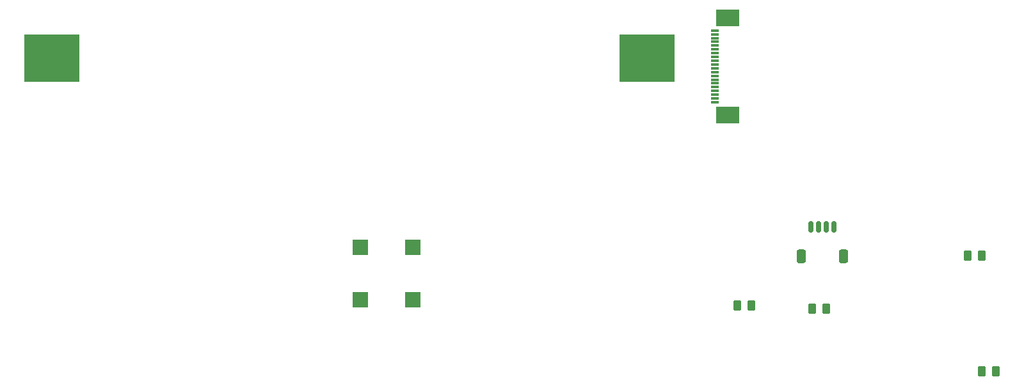
<source format=gbr>
%TF.GenerationSoftware,KiCad,Pcbnew,(7.99.0-200-gad838e3d73)*%
%TF.CreationDate,2024-03-11T18:46:40+07:00*%
%TF.ProjectId,WMS,574d532e-6b69-4636-9164-5f7063625858,rev?*%
%TF.SameCoordinates,Original*%
%TF.FileFunction,Paste,Top*%
%TF.FilePolarity,Positive*%
%FSLAX46Y46*%
G04 Gerber Fmt 4.6, Leading zero omitted, Abs format (unit mm)*
G04 Created by KiCad (PCBNEW (7.99.0-200-gad838e3d73)) date 2024-03-11 18:46:40*
%MOMM*%
%LPD*%
G01*
G04 APERTURE LIST*
G04 Aperture macros list*
%AMRoundRect*
0 Rectangle with rounded corners*
0 $1 Rounding radius*
0 $2 $3 $4 $5 $6 $7 $8 $9 X,Y pos of 4 corners*
0 Add a 4 corners polygon primitive as box body*
4,1,4,$2,$3,$4,$5,$6,$7,$8,$9,$2,$3,0*
0 Add four circle primitives for the rounded corners*
1,1,$1+$1,$2,$3*
1,1,$1+$1,$4,$5*
1,1,$1+$1,$6,$7*
1,1,$1+$1,$8,$9*
0 Add four rect primitives between the rounded corners*
20,1,$1+$1,$2,$3,$4,$5,0*
20,1,$1+$1,$4,$5,$6,$7,0*
20,1,$1+$1,$6,$7,$8,$9,0*
20,1,$1+$1,$8,$9,$2,$3,0*%
G04 Aperture macros list end*
%ADD10R,7.340000X6.350000*%
%ADD11RoundRect,0.250000X-0.262500X-0.450000X0.262500X-0.450000X0.262500X0.450000X-0.262500X0.450000X0*%
%ADD12R,2.000000X2.000000*%
%ADD13RoundRect,0.250000X0.262500X0.450000X-0.262500X0.450000X-0.262500X-0.450000X0.262500X-0.450000X0*%
%ADD14R,1.100000X0.300000*%
%ADD15R,3.100000X2.300000*%
%ADD16RoundRect,0.150000X-0.150000X-0.625000X0.150000X-0.625000X0.150000X0.625000X-0.150000X0.625000X0*%
%ADD17RoundRect,0.250000X-0.350000X-0.650000X0.350000X-0.650000X0.350000X0.650000X-0.350000X0.650000X0*%
G04 APERTURE END LIST*
D10*
%TO.C,BT1*%
X155066999Y-64744599D03*
X76406999Y-64744599D03*
%TD*%
D11*
%TO.C,R1*%
X176991000Y-97891600D03*
X178816000Y-97891600D03*
%TD*%
D12*
%TO.C,BZ1*%
X117149999Y-89743399D03*
X117149999Y-96743399D03*
X124149999Y-96743399D03*
X124149999Y-89743399D03*
%TD*%
D13*
%TO.C,R3*%
X199419200Y-106222800D03*
X201244200Y-106222800D03*
%TD*%
D11*
%TO.C,R2*%
X167085000Y-97485200D03*
X168910000Y-97485200D03*
%TD*%
D14*
%TO.C,U1*%
X164058599Y-61046599D03*
X164058599Y-61546599D03*
X164058599Y-62046599D03*
X164058599Y-62546599D03*
X164058599Y-63046599D03*
X164058599Y-63546599D03*
X164058599Y-64046599D03*
X164058599Y-64546599D03*
X164058599Y-65046599D03*
X164058599Y-65546599D03*
X164058599Y-66046599D03*
X164058599Y-66546599D03*
X164058599Y-67046599D03*
X164058599Y-67546599D03*
X164058599Y-68046599D03*
X164058599Y-68546599D03*
X164058599Y-69046599D03*
X164058599Y-69546599D03*
X164058599Y-70046599D03*
X164058599Y-70546599D03*
D15*
X165758599Y-72216599D03*
X165758599Y-59376599D03*
%TD*%
D16*
%TO.C,U4*%
X176808000Y-87052400D03*
X177808000Y-87052400D03*
X178808000Y-87052400D03*
X179808000Y-87052400D03*
D17*
X175508000Y-90927400D03*
X181108000Y-90927400D03*
%TD*%
D11*
%TO.C,R4*%
X197561200Y-90906600D03*
X199386200Y-90906600D03*
%TD*%
M02*

</source>
